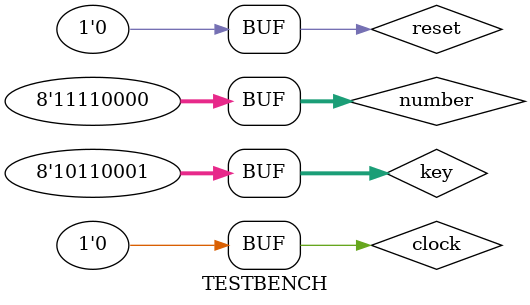
<source format=v>
module REG_8BIT(reg_out, num_in, clock, reset);
    input [7:0] num_in;
    input clock, reset;
    output reg [7:0] reg_out;

    always @(posedge clock) begin
        if(reset) begin
            reg_out = 8'b0000_0000;
        end
        else begin
            reg_out = num_in;
        end
    end
endmodule

module EXPANSION_BOX(in, out);
    input [3:0] in;
    output [7:0] out;
    assign out[0] = in[0];
    assign out[1] = in[2];
    assign out[2] = in[3];
    assign out[3] = in[1];
    assign out[4] = in[2];
    assign out[5] = in[1];
    assign out[6] = in[0];
    assign out[7] = in[3];
endmodule

module XOR_8BIT(xout_8, xin1_8, xin2_8);
    input [7:0] xin1_8, xin2_8;
    output [7:0] xout_8;
    assign xout_8 = xin1_8 ^ xin2_8;
endmodule

module XOR_4BIT(xout_4, xin1_4, xin2_4);
    input [3:0] xin1_4, xin2_4;
    output [3:0] xout_4;
    assign xout_4 = xin1_4 ^ xin2_4;
endmodule

module CONCAT(concat_out, concat_in1, concat_in2);
    input [3:0] concat_in1, concat_in2;
    output [7:0] concat_out;
    assign concat_out = {concat_in1, concat_in2};
endmodule

module MUX2x1(out, in, sel);
    input [1:0] in;
    input sel;
    output out;
    assign out = in[sel];
endmodule

module MUX8x4(out, in, sel);
    input [7:0] in;
    input sel;
    output [3:0] out;

    MUX2x1 m0(out[0], {in[4], in[0]}, sel);
    MUX2x1 m1(out[1], {in[5], in[1]}, sel);
    MUX2x1 m2(out[2], {in[6], in[2]}, sel);
    MUX2x1 m3(out[3], {in[7], in[3]}, sel);
endmodule

module FA(out, cout, inA, inB, cin);
    input inA, inB, cin;
    output out, cout;
    assign {cout, out} = inA + inB + cin;
endmodule

module CSA_4BIT(cin, inA, inB, cout, out);
    input [3:0] inA, inB;
    input cin;
    output [3:0] out;
    output cout;

    wire [3:0] o0, o1;
    wire c0, c1;
    wire w0, w1, w2;
    wire w3, w4, w5;

    // cin = 1
    FA f0(o0[0], w0, inA[0], inB[0], 1'b1);
    FA f1(o0[1], w1, inA[1], inB[1], w0);
    FA f2(o0[2], w2, inA[2], inB[2], w1);
    FA f3(o0[3], c0, inA[3], inB[3], w2);

    // cin = 0
    FA f4(o1[0], w3, inA[0], inB[0], 1'b0);
    FA f5(o1[1], w4, inA[1], inB[1], w3);
    FA f6(o1[2], w5, inA[2], inB[2], w4);
    FA f7(o1[3], c1, inA[3], inB[3], w5);

    MUX2x1 m0(cout, {c0, c1}, cin);
    MUX8x4 m1(out, {o0, o1}, cin);
endmodule

module ENCRYPT(number, key, clock, reset, enc_number);
    input clock, reset;
    input [7:0] key, number;
    output [7:0] enc_number;

    wire [7:0] rout0, rout1, expout, xout0;
    wire [3:0] xout1, csaout;
    wire cout;

    REG_8BIT r0(rout0, number, clock, reset);
    REG_8BIT r1(rout1, key, clock, reset);

    EXPANSION_BOX e0(rout0[3:0], expout);
    XOR_8BIT x0(xout0, expout, rout1);
    CSA_4BIT c0(rout1[0], xout0[7:4], xout0[3:0], cout, csaout);
    XOR_4BIT x1(xout1, rout0[7:4], csaout);
    CONCAT conc(enc_number, xout1, rout0[3:0]);
endmodule

module TESTBENCH;
    reg clock, reset;
    reg [7:0] key, number;
    wire [7:0] enc_number;

    ENCRYPT e(number, key, clock, reset, enc_number);

    initial begin
        clock = 1'b0;
        repeat(1000)
            #1 clock = ~clock;
    end

    initial begin
        $monitor($time, " num=%b, key=%b, enc_number=%b", number, key, enc_number);
        #1 reset = 1'b1;
        #2 reset = 1'b0; number = 8'b0100_0110; key = 8'b1001_0011;
        #2 number = 8'b1100_1001; key = 8'b1010_1100;
        #2 number = 8'b1010_0101; key = 8'b0101_1010;
        #2 number = 8'b1111_0000; key = 8'b1011_0001;
    end
endmodule
</source>
